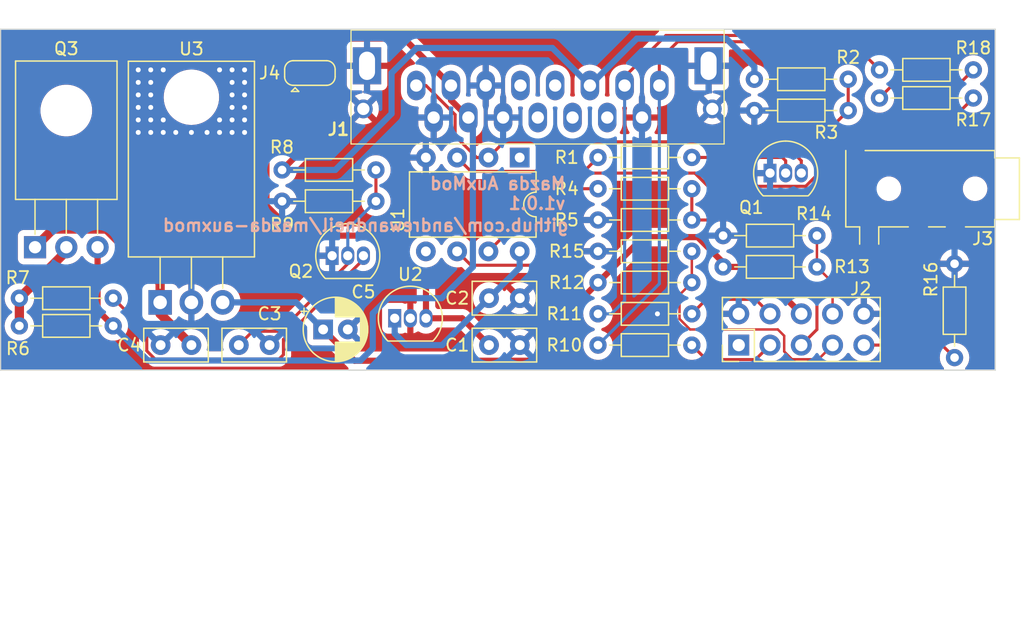
<source format=kicad_pcb>
(kicad_pcb (version 20221018) (generator pcbnew)
  (layers (0 "F.Cu" signal) (31 "B.Cu" signal) (34 "B.Paste" user) (35 "F.Paste" user) (36 "B.SilkS" user "B.Silkscreen") (37 "F.SilkS" user "F.Silkscreen") (38 "B.Mask" user) (39 "F.Mask" user) (44 "Edge.Cuts" user))
  (net 0 "")
  (net 1 "+12VA")
  (net 2 "GND")
  (net 3 "VCC")
  (net 4 "Net-(Q2-B)")
  (net 5 "Net-(Q3-C)")
  (net 6 "+5V")
  (net 7 "/Audio Left")
  (net 8 "/Audio Right")
  (net 9 "/SYS Mute")
  (net 10 "/Text D0")
  (net 11 "/Text CL")
  (net 13 "/Eject")
  (net 15 "/iPod Audio Left")
  (net 16 "/iPod Audio Right")
  (net 17 "/iPod Rx")
  (net 18 "/iPod USB Data -")
  (net 19 "/iPod USB Data +")
  (net 20 "/iPod Acc Input")
  (net 21 "Net-(Q1-B)")
  (net 22 "/Radio Bus")
  (net 23 "Net-(Q2-C)")
  (net 24 "Net-(Q3-B)")
  (net 25 "Net-(U1-XTAL2{slash}PB4)")
  (net 26 "+12V")
  (net 27 "Net-(U1-PB2)")
  (net 28 "Net-(U1-PB1)")
  (net 32 "/Batt or ACC")
  (net 33 "Net-(J3-PadR1)")
  (net 34 "Net-(J3-PadT)")
  (footprint "Package_TO_SOT_THT:TO-92_Inline" (layer "F.Cu") (at 198.12 57.15)
    (fp_text reference "Q1" (at -1.524 2.794) (layer "F.SilkS"))
    (fp_text value "2N3904")
    (pad "1" thru_hole rect (at 0 0) (size 1.05 1.5) (drill 0.75) (layers "*.Cu" "*.Mask") (net 2 "GND"))
    (pad "2" thru_hole oval (at 1.27 0) (size 1.05 1.5) (drill 0.75) (layers "*.Cu" "*.Mask") (net 21 "Net-(Q1-B)"))
    (pad "3" thru_hole oval (at 2.54 0) (size 1.05 1.5) (drill 0.75) (layers "*.Cu" "*.Mask") (net 22 "/Radio Bus"))
  )
  (footprint "Capacitor_THT:C_Disc_D5.0mm_W2.5mm_P2.50mm" (layer "F.Cu") (at 151.13 71.12 180)
    (fp_text reference "C4" (at 5.04 0) (layer "F.SilkS"))
    (fp_text value "0.33uF")
    (pad "1" thru_hole circle (at 0 0 180) (size 1.6 1.6) (drill 0.8) (layers "*.Cu" "*.Mask") (net 5 "Net-(Q3-C)"))
    (pad "2" thru_hole circle (at 2.5 0 180) (size 1.6 1.6) (drill 0.8) (layers "*.Cu" "*.Mask") (net 2 "GND"))
  )
  (footprint "Resistor_THT:R_Axial_DIN0204_L3.6mm_D1.6mm_P7.62mm_Horizontal" (layer "F.Cu") (at 184.15 68.58)
    (fp_text reference "R11" (at -2.730543 0) (layer "F.SilkS"))
    (fp_text value "22K")
    (pad "1" thru_hole circle (at 0 0) (size 1.4 1.4) (drill 0.7) (layers "*.Cu" "*.Mask") (net 8 "/Audio Right"))
    (pad "2" thru_hole oval (at 7.62 0) (size 1.4 1.4) (drill 0.7) (layers "*.Cu" "*.Mask") (net 16 "/iPod Audio Right"))
  )
  (footprint "Capacitor_THT:C_Disc_D5.0mm_W2.5mm_P2.50mm" (layer "F.Cu") (at 175.3 71.12)
    (fp_text reference "C1" (at -2.58 0) (layer "F.SilkS"))
    (fp_text value "0.33uF")
    (pad "1" thru_hole circle (at 0 0) (size 1.6 1.6) (drill 0.8) (layers "*.Cu" "*.Mask") (net 32 "/Batt or ACC"))
    (pad "2" thru_hole circle (at 2.5 0) (size 1.6 1.6) (drill 0.8) (layers "*.Cu" "*.Mask") (net 2 "GND"))
  )
  (footprint "Package_TO_SOT_THT:TO-92_Inline" (layer "F.Cu") (at 162.56 63.86)
    (fp_text reference "Q2" (at -2.54 1.27) (layer "F.SilkS"))
    (fp_text value "2N3904")
    (pad "1" thru_hole rect (at 0 0) (size 1.05 1.5) (drill 0.75) (layers "*.Cu" "*.Mask") (net 2 "GND"))
    (pad "2" thru_hole oval (at 1.27 0) (size 1.05 1.5) (drill 0.75) (layers "*.Cu" "*.Mask") (net 4 "Net-(Q2-B)"))
    (pad "3" thru_hole oval (at 2.54 0) (size 1.05 1.5) (drill 0.75) (layers "*.Cu" "*.Mask") (net 23 "Net-(Q2-C)"))
  )
  (footprint "Resistor_THT:R_Axial_DIN0204_L3.6mm_D1.6mm_P7.62mm_Horizontal" (layer "F.Cu") (at 214.63 48.768 180)
    (fp_text reference "R18" (at 0 1.778) (layer "F.SilkS"))
    (fp_text value "10K")
    (pad "1" thru_hole circle (at 0 0 180) (size 1.4 1.4) (drill 0.7) (layers "*.Cu" "*.Mask") (net 34 "Net-(J3-PadT)"))
    (pad "2" thru_hole oval (at 7.62 0 180) (size 1.4 1.4) (drill 0.7) (layers "*.Cu" "*.Mask") (net 7 "/Audio Left"))
  )
  (footprint "Connector_PinHeader_2.54mm:PinHeader_2x05_P2.54mm_Vertical" (layer "F.Cu") (at 195.58 71.12 90)
    (fp_text reference "J2" (at 4.572 9.906 180) (layer "F.SilkS"))
    (fp_text value "Conn_01x10")
    (pad "1" thru_hole rect (at 0 0 90) (size 1.7 1.7) (drill 1) (layers "*.Cu" "*.Mask"))
    (pad "2" thru_hole oval (at 2.54 0 90) (size 1.7 1.7) (drill 1) (layers "*.Cu" "*.Mask") (net 2 "GND"))
    (pad "3" thru_hole oval (at 0 2.54 90) (size 1.7 1.7) (drill 1) (layers "*.Cu" "*.Mask") (net 15 "/iPod Audio Left"))
    (pad "4" thru_hole oval (at 2.54 2.54 90) (size 1.7 1.7) (drill 1) (layers "*.Cu" "*.Mask") (net 16 "/iPod Audio Right"))
    (pad "5" thru_hole oval (at 0 5.08 90) (size 1.7 1.7) (drill 1) (layers "*.Cu" "*.Mask") (net 17 "/iPod Rx"))
    (pad "6" thru_hole oval (at 2.54 5.08 90) (size 1.7 1.7) (drill 1) (layers "*.Cu" "*.Mask") (net 6 "+5V"))
    (pad "7" thru_hole oval (at 0 7.62 90) (size 1.7 1.7) (drill 1) (layers "*.Cu" "*.Mask") (net 18 "/iPod USB Data -"))
    (pad "8" thru_hole oval (at 2.54 7.62 90) (size 1.7 1.7) (drill 1) (layers "*.Cu" "*.Mask") (net 19 "/iPod USB Data +"))
    (pad "9" thru_hole oval (at 0 10.16 90) (size 1.7 1.7) (drill 1) (layers "*.Cu" "*.Mask") (net 20 "/iPod Acc Input"))
    (pad "10" thru_hole oval (at 2.54 10.16 90) (size 1.7 1.7) (drill 1) (layers "*.Cu" "*.Mask") (net 2 "GND"))
  )
  (footprint "Capacitor_THT:C_Disc_D5.0mm_W2.5mm_P2.50mm" (layer "F.Cu") (at 154.98 71.12)
    (fp_text reference "C3" (at 2.5 -2.54) (layer "F.SilkS"))
    (fp_text value "0.1uF")
    (pad "1" thru_hole circle (at 0 0) (size 1.6 1.6) (drill 0.8) (layers "*.Cu" "*.Mask") (net 4 "Net-(Q2-B)"))
    (pad "2" thru_hole circle (at 2.5 0) (size 1.6 1.6) (drill 0.8) (layers "*.Cu" "*.Mask") (net 2 "GND"))
  )
  (footprint "Resistor_THT:R_Axial_DIN0204_L3.6mm_D1.6mm_P7.62mm_Horizontal" (layer "F.Cu") (at 144.78 69.56 180)
    (fp_text reference "R6" (at 7.733383 -1.851843) (layer "F.SilkS"))
    (fp_text value "10K")
    (pad "1" thru_hole circle (at 0 0 180) (size 1.4 1.4) (drill 0.7) (layers "*.Cu" "*.Mask") (net 1 "+12VA"))
    (pad "2" thru_hole oval (at 7.62 0 180) (size 1.4 1.4) (drill 0.7) (layers "*.Cu" "*.Mask") (net 24 "Net-(Q3-B)"))
  )
  (footprint "Resistor_THT:R_Axial_DIN0204_L3.6mm_D1.6mm_P7.62mm_Horizontal" (layer "F.Cu") (at 196.85 49.53)
    (fp_text reference "R2" (at 7.62 -1.778) (layer "F.SilkS"))
    (fp_text value "68K")
    (pad "1" thru_hole circle (at 0 0) (size 1.4 1.4) (drill 0.7) (layers "*.Cu" "*.Mask") (net 26 "+12V"))
    (pad "2" thru_hole oval (at 7.62 0) (size 1.4 1.4) (drill 0.7) (layers "*.Cu" "*.Mask") (net 27 "Net-(U1-PB2)"))
  )
  (footprint "Resistor_THT:R_Axial_DIN0204_L3.6mm_D1.6mm_P7.62mm_Horizontal" (layer "F.Cu") (at 184.15 71.12)
    (fp_text reference "R10" (at -2.735624 -0.000001) (layer "F.SilkS"))
    (fp_text value "22K")
    (pad "1" thru_hole circle (at 0 0) (size 1.4 1.4) (drill 0.7) (layers "*.Cu" "*.Mask") (net 7 "/Audio Left"))
    (pad "2" thru_hole oval (at 7.62 0) (size 1.4 1.4) (drill 0.7) (layers "*.Cu" "*.Mask") (net 15 "/iPod Audio Left"))
  )
  (footprint "Resistor_THT:R_Axial_DIN0204_L3.6mm_D1.6mm_P7.62mm_Horizontal" (layer "F.Cu") (at 158.496 56.896)
    (fp_text reference "R8" (at -0.016851 -1.851621) (layer "F.SilkS"))
    (fp_text value "10K")
    (pad "1" thru_hole circle (at 0 0) (size 1.4 1.4) (drill 0.7) (layers "*.Cu" "*.Mask") (net 26 "+12V"))
    (pad "2" thru_hole oval (at 7.62 0) (size 1.4 1.4) (drill 0.7) (layers "*.Cu" "*.Mask") (net 4 "Net-(Q2-B)"))
  )
  (footprint "Resistor_THT:R_Axial_DIN0204_L3.6mm_D1.6mm_P7.62mm_Horizontal" (layer "F.Cu") (at 184.15 58.42)
    (fp_text reference "R4" (at -2.54 0) (layer "F.SilkS"))
    (fp_text value "2K")
    (pad "1" thru_hole circle (at 0 0) (size 1.4 1.4) (drill 0.7) (layers "*.Cu" "*.Mask") (net 28 "Net-(U1-PB1)"))
    (pad "2" thru_hole oval (at 7.62 0) (size 1.4 1.4) (drill 0.7) (layers "*.Cu" "*.Mask") (net 17 "/iPod Rx"))
  )
  (footprint "Resistor_THT:R_Axial_DIN0204_L3.6mm_D1.6mm_P7.62mm_Horizontal" (layer "F.Cu") (at 214.63 51.054 180)
    (fp_text reference "R17" (at 0 -1.778) (layer "F.SilkS"))
    (fp_text value "10K")
    (pad "1" thru_hole circle (at 0 0 180) (size 1.4 1.4) (drill 0.7) (layers "*.Cu" "*.Mask") (net 33 "Net-(J3-PadR1)"))
    (pad "2" thru_hole oval (at 7.62 0 180) (size 1.4 1.4) (drill 0.7) (layers "*.Cu" "*.Mask") (net 8 "/Audio Right"))
  )
  (footprint "Package_TO_SOT_THT:TO-220-3_Horizontal_TabDown" (layer "F.Cu") (at 148.59 67.65)
    (fp_text reference "U3" (at 2.54 -20.58) (layer "F.SilkS"))
    (fp_text value "L7805")
    (pad "" np_thru_hole oval (at 2.54 -16.66) (size 3.5 3.5) (drill 3.5) (layers "*.Cu" "*.Mask"))
    (pad "1" thru_hole rect (at 0 0) (size 1.905 2) (drill 1.1) (layers "*.Cu" "*.Mask") (net 5 "Net-(Q3-C)"))
    (pad "2" thru_hole oval (at 2.54 0) (size 1.905 2) (drill 1.1) (layers "*.Cu" "*.Mask") (net 2 "GND"))
    (pad "3" thru_hole oval (at 5.08 0) (size 1.905 2) (drill 1.1) (layers "*.Cu" "*.Mask") (net 6 "+5V"))
  )
  (footprint "Resistor_THT:R_Axial_DIN0204_L3.6mm_D1.6mm_P7.62mm_Horizontal" (layer "F.Cu") (at 194.31 64.77)
    (fp_text reference "R13" (at 10.463044 -0.015327) (layer "F.SilkS"))
    (fp_text value "33K")
    (pad "1" thru_hole circle (at 0 0) (size 1.4 1.4) (drill 0.7) (layers "*.Cu" "*.Mask") (net 6 "+5V"))
    (pad "2" thru_hole oval (at 7.62 0) (size 1.4 1.4) (drill 0.7) (layers "*.Cu" "*.Mask") (net 19 "/iPod USB Data +"))
  )
  (footprint "Resistor_THT:R_Axial_DIN0204_L3.6mm_D1.6mm_P7.62mm_Horizontal" (layer "F.Cu") (at 166.116 59.436 180)
    (fp_text reference "R9" (at 7.620001 -1.893452) (layer "F.SilkS"))
    (fp_text value "100K")
    (pad "1" thru_hole circle (at 0 0 180) (size 1.4 1.4) (drill 0.7) (layers "*.Cu" "*.Mask") (net 4 "Net-(Q2-B)"))
    (pad "2" thru_hole oval (at 7.62 0 180) (size 1.4 1.4) (drill 0.7) (layers "*.Cu" "*.Mask") (net 2 "GND"))
  )
  (footprint "Resistor_THT:R_Axial_DIN0204_L3.6mm_D1.6mm_P7.62mm_Horizontal" (layer "F.Cu") (at 137.16 67.31)
    (fp_text reference "R7" (at -0.139086 -1.65554) (layer "F.SilkS"))
    (fp_text value "1K")
    (pad "1" thru_hole circle (at 0 0) (size 1.4 1.4) (drill 0.7) (layers "*.Cu" "*.Mask") (net 24 "Net-(Q3-B)"))
    (pad "2" thru_hole oval (at 7.62 0) (size 1.4 1.4) (drill 0.7) (layers "*.Cu" "*.Mask") (net 23 "Net-(Q2-C)"))
  )
  (footprint "Connector:Mazda_Radio_Connector" (layer "F.Cu") (at 169.392 50.038)
    (fp_text reference "J1" (at -6.324 3.556 unlocked) (layer "F.SilkS") (effects (font (thickness 0.2) bold)))
    (fp_text value "Conn_01x15_Shielded")
    (pad "1" thru_hole oval (at 19.74 0) (size 1.5 2.4) (drill 1) (layers "*.Cu" "*.Mask") (net 7 "/Audio Left"))
    (pad "2" thru_hole oval (at 18.33 2.6) (size 1.5 2.4) (drill 1) (layers "*.Cu" "*.Mask") (net 2 "GND"))
    (pad "3" thru_hole oval (at 16.92 0) (size 1.5 2.4) (drill 1) (layers "*.Cu" "*.Mask") (net 8 "/Audio Right"))
    (pad "4" thru_hole oval (at 15.51 2.6) (size 1.5 2.4) (drill 1) (layers "*.Cu" "*.Mask") (net 9 "/SYS Mute"))
    (pad "5" thru_hole oval (at 14.1 0) (size 1.5 2.4) (drill 1) (layers "*.Cu" "*.Mask") (net 26 "+12V"))
    (pad "6" thru_hole oval (at 12.69 2.6) (size 1.5 2.4) (drill 1) (layers "*.Cu" "*.Mask") (net 10 "/Text D0"))
    (pad "7" thru_hole oval (at 11.28 0) (size 1.5 2.4) (drill 1) (layers "*.Cu" "*.Mask") (net 11 "/Text CL"))
    (pad "8" thru_hole oval (at 9.87 2.6) (size 1.5 2.4) (drill 1) (layers "*.Cu" "*.Mask"))
    (pad "9" thru_hole oval (at 8.46 0) (size 1.5 2.4) (drill 1) (layers "*.Cu" "*.Mask") (net 13 "/Eject"))
    (pad "10" thru_hole circle (at -4.3 1.9) (size 1.524 1.524) (drill 1) (layers "*.Cu" "*.Mask") (net 2 "GND"))
    (pad "10" thru_hole rect (at -4 -1.6) (size 2.3 3) (drill oval 1.3 2.3) (layers "*.Cu" "*.Mask") (net 2 "GND"))
    (pad "10" thru_hole oval (at 7.05 2.6) (size 1.5 2.4) (drill 1) (layers "*.Cu" "*.Mask") (net 2 "GND"))
    (pad "10" thru_hole rect (at 23.74 -1.6) (size 2.3 3) (drill oval 1.3 2.3) (layers "*.Cu" "*.Mask") (net 2 "GND"))
    (pad "10" thru_hole circle (at 24.04 1.9) (size 1.524 1.524) (drill 1) (layers "*.Cu" "*.Mask") (net 2 "GND"))
    (pad "11" thru_hole oval (at 5.64 0) (size 1.5 2.4) (drill 1) (layers "*.Cu" "*.Mask") (net 2 "GND"))
    (pad "12" thru_hole oval (at 4.23 2.6) (size 1.5 2.4) (drill 1) (layers "*.Cu" "*.Mask") (net 1 "+12VA"))
    (pad "13" thru_hole oval (at 2.82 0) (size 1.5 2.4) (drill 1) (layers "*.Cu" "*.Mask") (net 1 "+12VA"))
    (pad "14" thru_hole oval (at 1.41 2.6) (size 1.5 2.4) (drill 1) (layers "*.Cu" "*.Mask") (net 2 "GND"))
    (pad "15" thru_hole oval (at 0 0) (size 1.5 2.4) (drill 1) (layers "*.Cu" "*.Mask") (net 22 "/Radio Bus"))
  )
  (footprint "Resistor_THT:R_Axial_DIN0204_L3.6mm_D1.6mm_P7.62mm_Horizontal" (layer "F.Cu") (at 191.77 63.5 180)
    (fp_text reference "R15" (at 10.16 0) (layer "F.SilkS"))
    (fp_text value "33K")
    (pad "1" thru_hole circle (at 0 0 180) (size 1.4 1.4) (drill 0.7) (layers "*.Cu" "*.Mask") (net 18 "/iPod USB Data -"))
    (pad "2" thru_hole oval (at 7.62 0 180) (size 1.4 1.4) (drill 0.7) (layers "*.Cu" "*.Mask") (net 2 "GND"))
  )
  (footprint "Package_DIP:DIP-8_W7.62mm" (layer "F.Cu") (at 177.79 55.89 -90)
    (fp_text reference "U1" (at 5.07 9.896 90) (layer "F.SilkS"))
    (fp_text value "ATtiny45-20P")
    (pad "1" thru_hole rect (at 0 0 270) (size 1.6 1.6) (drill 0.8) (layers "*.Cu" "*.Mask"))
    (pad "2" thru_hole oval (at 0 2.54 270) (size 1.6 1.6) (drill 0.8) (layers "*.Cu" "*.Mask") (net 22 "/Radio Bus"))
    (pad "3" thru_hole oval (at 0 5.08 270) (size 1.6 1.6) (drill 0.8) (layers "*.Cu" "*.Mask") (net 25 "Net-(U1-XTAL2{slash}PB4)"))
    (pad "4" thru_hole oval (at 0 7.62 270) (size 1.6 1.6) (drill 0.8) (layers "*.Cu" "*.Mask") (net 2 "GND"))
    (pad "5" thru_hole oval (at 7.62 7.62 270) (size 1.6 1.6) (drill 0.8) (layers "*.Cu" "*.Mask"))
    (pad "6" thru_hole oval (at 7.62 5.08 270) (size 1.6 1.6) (drill 0.8) (layers "*.Cu" "*.Mask") (net 28 "Net-(U1-PB1)"))
    (pad "7" thru_hole oval (at 7.62 2.54 270) (size 1.6 1.6) (drill 0.8) (layers "*.Cu" "*.Mask") (net 27 "Net-(U1-PB2)"))
    (pad "8" thru_hole oval (at 7.62 0 270) (size 1.6 1.6) (drill 0.8) (layers "*.Cu" "*.Mask") (net 3 "VCC"))
  )
  (footprint "Capacitor_THT:CP_Radial_D5.0mm_P2.00mm" (layer "F.Cu") (at 161.83 69.85)
    (fp_text reference "C5" (at 3.27 -3.048) (layer "F.SilkS"))
    (fp_text value "10uF")
    (pad "1" thru_hole rect (at 0 0) (size 1.6 1.6) (drill 0.8) (layers "*.Cu" "*.Mask") (net 6 "+5V"))
    (pad "2" thru_hole circle (at 2 0) (size 1.6 1.6) (drill 0.8) (layers "*.Cu" "*.Mask") (net 2 "GND"))
  )
  (footprint "Resistor_THT:R_Axial_DIN0204_L3.6mm_D1.6mm_P7.62mm_Horizontal" (layer "F.Cu") (at 191.77 60.96 180)
    (fp_text reference "R5" (at 10.16 0) (layer "F.SilkS"))
    (fp_text value "3.9K")
    (pad "1" thru_hole circle (at 0 0 180) (size 1.4 1.4) (drill 0.7) (layers "*.Cu" "*.Mask") (net 17 "/iPod Rx"))
    (pad "2" thru_hole oval (at 7.62 0 180) (size 1.4 1.4) (drill 0.7) (layers "*.Cu" "*.Mask") (net 2 "GND"))
  )
  (footprint "Package_TO_SOT_THT:TO-92_Inline" (layer "F.Cu") (at 167.64 68.94)
    (fp_text reference "U2" (at 1.27 -3.56) (layer "F.SilkS"))
    (fp_text value "L78L05_TO92")
    (pad "1" thru_hole rect (at 0 0) (size 1.05 1.5) (drill 0.75) (layers "*.Cu" "*.Mask") (net 3 "VCC"))
    (pad "2" thru_hole oval (at 1.27 0) (size 1.05 1.5) (drill 0.75) (layers "*.Cu" "*.Mask") (net 2 "GND"))
    (pad "3" thru_hole oval (at 2.54 0) (size 1.05 1.5) (drill 0.75) (layers "*.Cu" "*.Mask") (net 32 "/Batt or ACC"))
  )
  (footprint "Capacitor_THT:C_Disc_D5.0mm_W2.5mm_P2.50mm" (layer "F.Cu") (at 175.3 67.31)
    (fp_text reference "C2" (at -2.58 0) (layer "F.SilkS"))
    (fp_text value "0.01uF")
    (pad "1" thru_hole circle (at 0 0) (size 1.6 1.6) (drill 0.8) (layers "*.Cu" "*.Mask") (net 3 "VCC"))
    (pad "2" thru_hole circle (at 2.5 0) (size 1.6 1.6) (drill 0.8) (layers "*.Cu" "*.Mask") (net 2 "GND"))
  )
  (footprint "Package_TO_SOT_THT:TO-126-3_Horizontal_TabDown" (layer "F.Cu") (at 138.43 63.17)
    (fp_text reference "Q3" (at 2.54 -16.12) (layer "F.SilkS"))
    (fp_text value "2SA715")
    (pad "" np_thru_hole oval (at 2.54 -11.1) (size 3.2 3.2) (drill 3.2) (layers "*.Cu" "*.Mask"))
    (pad "1" thru_hole rect (at 0 0) (size 1.8 1.8) (drill 1) (layers "*.Cu" "*.Mask") (net 5 "Net-(Q3-C)"))
    (pad "2" thru_hole oval (at 2.54 0) (size 1.8 1.8) (drill 1) (layers "*.Cu" "*.Mask") (net 24 "Net-(Q3-B)"))
    (pad "3" thru_hole oval (at 5.08 0) (size 1.8 1.8) (drill 1) (layers "*.Cu" "*.Mask") (net 1 "+12VA"))
  )
  (footprint "Resistor_THT:R_Axial_DIN0204_L3.6mm_D1.6mm_P7.62mm_Horizontal" (layer "F.Cu") (at 184.15 55.88)
    (fp_text reference "R1" (at -2.54 0) (layer "F.SilkS"))
    (fp_text value "1K")
    (pad "1" thru_hole circle (at 0 0) (size 1.4 1.4) (drill 0.7) (layers "*.Cu" "*.Mask") (net 25 "Net-(U1-XTAL2{slash}PB4)"))
    (pad "2" thru_hole oval (at 7.62 0) (size 1.4 1.4) (drill 0.7) (layers "*.Cu" "*.Mask") (net 21 "Net-(Q1-B)"))
  )
  (footprint "Resistor_THT:R_Axial_DIN0204_L3.6mm_D1.6mm_P7.62mm_Horizontal" (layer "F.Cu") (at 184.15 66.04)
    (fp_text reference "R12" (at -2.54 0) (layer "F.SilkS"))
    (fp_text value "27K")
    (pad "1" thru_hole circle (at 0 0) (size 1.4 1.4) (drill 0.7) (layers "*.Cu" "*.Mask") (net 6 "+5V"))
    (pad "2" thru_hole oval (at 7.62 0) (size 1.4 1.4) (drill 0.7) (layers "*.Cu" "*.Mask") (net 18 "/iPod USB Data -"))
  )
  (footprint "Resistor_THT:R_Axial_DIN0204_L3.6mm_D1.6mm_P7.62mm_Horizontal" (layer "F.Cu") (at 204.47 52.07 180)
    (fp_text reference "R3" (at 1.778 -1.778) (layer "F.SilkS"))
    (fp_text value "33K")
    (pad "1" thru_hole circle (at 0 0 180) (size 1.4 1.4) (drill 0.7) (layers "*.Cu" "*.Mask") (net 27 "Net-(U1-PB2)"))
    (pad "2" thru_hole oval (at 7.62 0 180) (size 1.4 1.4) (drill 0.7) (layers "*.Cu" "*.Mask") (net 2 "GND"))
  )
  (footprint "Resistor_THT:R_Axial_DIN0204_L3.6mm_D1.6mm_P7.62mm_Horizontal" (layer "F.Cu") (at 213.106 72.136 90)
    (fp_text reference "R16" (at 6.35 -1.92 90) (layer "F.SilkS"))
    (fp_text value "68K")
    (pad "1" thru_hole circle (at 0 0 90) (size 1.4 1.4) (drill 0.7) (layers "*.Cu" "*.Mask") (net 20 "/iPod Acc Input"))
    (pad "2" thru_hole oval (at 7.62 0 90) (size 1.4 1.4) (drill 0.7) (layers "*.Cu" "*.Mask") (net 2 "GND"))
  )
  (footprint "Jumper:SolderJumper-3_P1.3mm_Bridged2Bar12_RoundedPad1.0x1.5mm" (layer "F.Cu") (at 160.752 49.022)
    (fp_text reference "J4" (at -3.272 0) (layer "F.SilkS"))
    (fp_text value "Conn_01x03")
    (fp_poly (pts (xy -0.9 -0.6) (xy -0.4 -0.6) (xy -0.4 -0.2) (xy -0.9 -0.2)) (fill solid) (layer "F.Cu"))
    (fp_poly (pts (xy -0.9 0.2) (xy -0.4 0.2) (xy -0.4 0.6) (xy -0.9 0.6)) (fill solid) (layer "F.Cu"))
    (pad "1" smd custom (at -1.3 0) (size 1 0.5) (layers "F.Cu" "F.Mask") (net 1 "+12VA") (options (clearance outline) (anchor rect)) (primitives (gr_circle (center 0 0.25) (end 0.5 0.25) (width 0) (fill yes)) (gr_circle (center 0 -0.25) (end 0.5 -0.25) (width 0) (fill yes)) (gr_poly (pts (xy 0.55 0.75) (xy 0 0.75) (xy 0 -0.75) (xy 0.55 -0.75)) (width 0) (fill yes))))
    (pad "2" smd rect (at 0 0) (size 1 1.5) (layers "F.Cu" "F.Mask") (net 32 "/Batt or ACC"))
    (pad "3" smd custom (at 1.3 0) (size 1 0.5) (layers "F.Cu" "F.Mask") (net 26 "+12V") (options (clearance outline) (anchor rect)) (primitives (gr_circle (center 0 0.25) (end 0.5 0.25) (width 0) (fill yes)) (gr_circle (center 0 -0.25) (end 0.5 -0.25) (width 0) (fill yes)) (gr_poly (pts (xy 0 0.75) (xy -0.55 0.75) (xy -0.55 -0.75) (xy 0 -0.75)) (width 0) (fill yes))))
  )
  (footprint "Connector_Audio:Jack_3.5mm_PJ320D_Horizontal" (layer "F.Cu") (at 209.998 58.42 180)
    (fp_text reference "J3" (at -5.394 -4.064) (layer "F.SilkS"))
    (fp_text value "AudioJack4_Ground")
    (pad "" np_thru_hole circle (at -4.775 0 180) (size 1.5 1.5) (drill 1.5) (layers "*.Cu" "*.Mask"))
    (pad "" np_thru_hole circle (at 2.225 0 180) (size 1.5 1.5) (drill 1.5) (layers "*.Cu" "*.Mask"))
    (pad "R1" smd rect (at -0.175 -3.25 180) (size 1.2 2.5) (layers "F.Cu" "F.Paste" "F.Mask") (net 33 "Net-(J3-PadR1)"))
    (pad "R2" smd rect (at -3.175 -3.25 180) (size 1.2 2.5) (layers "F.Cu" "F.Paste" "F.Mask"))
    (pad "S" smd rect (at 4.925 3.25 180) (size 1.2 2.5) (layers "F.Cu" "F.Paste" "F.Mask") (net 2 "GND"))
    (pad "T" smd rect (at 3.825 -3.25 180) (size 1.2 2.5) (layers "F.Cu" "F.Paste" "F.Mask") (net 34 "Net-(J3-PadT)"))
  )
  (footprint "Resistor_THT:R_Axial_DIN0204_L3.6mm_D1.6mm_P7.62mm_Horizontal" (layer "F.Cu") (at 201.93 62.23 180)
    (fp_text reference "R14" (at 0.254 1.778) (layer "F.SilkS"))
    (fp_text value "22K")
    (pad "1" thru_hole circle (at 0 0 180) (size 1.4 1.4) (drill 0.7) (layers "*.Cu" "*.Mask") (net 19 "/iPod USB Data +"))
    (pad "2" thru_hole oval (at 7.62 0 180) (size 1.4 1.4) (drill 0.7) (layers "*.Cu" "*.Mask") (net 2 "GND"))
  )
  (gr_line (start 135.636 73.152) (end 135.636 45.466) (stroke (width 0.1)) (layer "Edge.Cuts"))
  (gr_line (start 216.408 53.848) (end 216.408 73.152) (stroke (width 0.1)) (layer "Edge.Cuts"))
  (gr_line (start 180.594 45.466) (end 135.636 45.466) (stroke (width 0.1)) (layer "Edge.Cuts"))
  (gr_line (start 216.408 73.152) (end 135.636 73.152) (stroke (width 0.1)) (layer "Edge.Cuts"))
  (gr_line (start 180.594 45.466) (end 216.408 45.466) (stroke (width 0.1)) (layer "Edge.Cuts"))
  (gr_line (start 216.408 53.848) (end 216.408 45.466) (stroke (width 0.1)) (layer "Edge.Cuts"))
  (gr_text "Mazda AuxMod\nv1.0.1" (at 181.61 60.198) (layer "B.SilkS") (effects (font (size 1 1) (thickness 0.2) bold) (justify left bottom mirror)))
  (gr_text "github.com/andrewandneil/mazda-auxmod\n" (at 181.864 61.976) (layer "B.SilkS") (effects (font (size 1 1) (thickness 0.2) bold) (justify left bottom mirror)))
  (segment (start 161.396 46.228) (end 168.402 46.228) (width 0.5) (layer "F.Cu") (net 1))
  (segment (start 168.402 46.228) (end 172.212 50.038) (width 0.5) (layer "F.Cu") (net 1))
  (segment (start 172.212 51.228) (end 173.622 52.638) (width 0.5) (layer "F.Cu") (net 1))
  (segment (start 172.212 50.038) (end 172.212 51.228) (width 0.5) (layer "F.Cu") (net 1))
  (segment (start 159.452 49.022) (end 159.452 48.172) (width 0.5) (layer "F.Cu") (net 1))
  (segment (start 143.51 63.17) (end 143.51 68.29) (width 0.5) (layer "F.Cu") (net 1))
  (segment (start 143.51 68.29) (end 144.78 69.56) (width 0.5) (layer "F.Cu") (net 1))
  (segment (start 159.452 48.172) (end 161.396 46.228) (width 0.5) (layer "F.Cu") (net 1))
  (segment (start 167.095 67.31) (end 171.45 67.31) (width 0.5) (layer "B.Cu") (net 1))
  (segment (start 173.99 64.77) (end 173.99 53.006) (width 0.5) (layer "B.Cu") (net 1))
  (segment (start 147.59 72.37) (end 164.866 72.37) (width 0.5) (layer "B.Cu") (net 1))
  (segment (start 165.862 71.374) (end 165.862 68.543) (width 0.5) (layer "B.Cu") (net 1))
  (segment (start 171.45 67.31) (end 173.99 64.77) (width 0.5) (layer "B.Cu") (net 1))
  (segment (start 144.78 69.56) (end 147.59 72.37) (width 0.5) (layer "B.Cu") (net 1))
  (segment (start 164.866 72.37) (end 165.862 71.374) (width 0.5) (layer "B.Cu") (net 1))
  (segment (start 165.862 68.543) (end 167.095 67.31) (width 0.5) (layer "B.Cu") (net 1))
  (segment (start 173.99 53.006) (end 173.622 52.638) (width 0.5) (layer "B.Cu") (net 1))
  (via (at 155.448 51.816) (size 0.8) (drill 0.4) (layers "F.Cu" "B.Cu") (net 2))
  (via (at 155.448 48.768) (size 0.8) (drill 0.4) (layers "F.Cu" "B.Cu") (net 2))
  (via (at 152.4 53.848) (size 0.8) (drill 0.4) (layers "F.Cu" "B.Cu") (net 2))
  (via (at 188.976 68.58) (size 0.8) (drill 0.4) (layers "F.Cu" "B.Cu") (net 2))
  (via (at 147.828 53.848) (size 0.8) (drill 0.4) (layers "F.Cu" "B.Cu") (net 2))
  (via (at 146.812 49.784) (size 0.8) (drill 0.4) (layers "F.Cu" "B.Cu") (net 2))
  (via (at 147.828 49.784) (size 0.8) (drill 0.4) (layers "F.Cu" "B.Cu") (net 2))
  (via (at 155.448 49.784) (size 0.8) (drill 0.4) (layers "F.Cu" "B.Cu") (net 2))
  (via (at 146.812 53.848) (size 0.8) (drill 0.4) (layers "F.Cu" "B.Cu") (net 2))
  (via (at 147.828 52.832) (size 0.8) (drill 0.4) (layers "F.Cu" "B.Cu") (net 2))
  (via (at 148.844 52.832) (size 0.8) (drill 0.4) (layers "F.Cu" "B.Cu") (net 2))
  (via (at 155.448 50.8) (size 0.8) (drill 0.4) (layers "F.Cu" "B.Cu") (net 2))
  (via (at 146.812 51.816) (size 0.8) (drill 0.4) (layers "F.Cu" "B.Cu") (net 2))
  (via (at 154.432 50.8) (size 0.8) (drill 0.4) (layers "F.Cu" "B.Cu") (net 2))
  (via (at 146.812 52.832) (size 0.8) (drill 0.4) (layers "F.Cu" "B.Cu") (net 2))
  (via (at 153.416 52.832) (size 0.8) (drill 0.4) (layers "F.Cu" "B.Cu") (net 2))
  (via (at 153.416 48.768) (size 0.8) (drill 0.4) (layers "F.Cu" "B.Cu") (net 2))
  (via (at 146.812 50.8) (size 0.8) (drill 0.4) (layers "F.Cu" "B.Cu") (net 2))
  (via (at 154.432 49.784) (size 0.8) (drill 0.4) (layers "F.Cu" "B.Cu") (net 2))
  (via (at 155.448 53.848) (size 0.8) (drill 0.4) (layers "F.Cu" "B.Cu") (net 2))
  (via (at 148.844 48.768) (size 0.8) (drill 0.4) (layers "F.Cu" "B.Cu") (net 2))
  (via (at 154.432 53.848) (size 0.8) (drill 0.4) (layers "F.Cu" "B.Cu") (net 2))
  (via (at 147.828 50.8) (size 0.8) (drill 0.4) (layers "F.Cu" "B.Cu") (net 2))
  (via (at 154.432 51.816) (size 0.8) (drill 0.4) (layers "F.Cu" "B.Cu") (net 2))
  (via (at 146.812 48.768) (size 0.8) (drill 0.4) (layers "F.Cu" "B.Cu") (net 2))
  (via (at 155.448 52.832) (size 0.8) (drill 0.4) (layers "F.Cu" "B.Cu") (net 2))
  (via (at 147.828 48.768) (size 0.8) (drill 0.4) (layers "F.Cu" "B.Cu") (net 2))
  (via (at 154.432 48.768) (size 0.8) (drill 0.4) (layers "F.Cu" "B.Cu") (net 2))
  (via (at 148.844 53.848) (size 0.8) (drill 0.4) (layers "F.Cu" "B.Cu") (net 2))
  (via (at 147.828 51.816) (size 0.8) (drill 0.4) (layers "F.Cu" "B.Cu") (net 2))
  (via (at 149.86 53.848) (size 0.8) (drill 0.4) (layers "F.Cu" "B.Cu") (net 2))
  (via (at 153.416 53.848) (size 0.8) (drill 0.4) (layers "F.Cu" "B.Cu") (net 2))
  (via (at 154.432 52.832) (size 0.8) (drill 0.4) (layers "F.Cu" "B.Cu") (net 2))
  (via (at 151.13 53.848) (size 0.8) (drill 0.4) (layers "F.Cu" "B.Cu") (net 2))
  (segment (start 167.64 70.19) (end 168.57 71.12) (width 0.5) (layer "B.Cu") (net 3))
  (segment (start 167.64 68.94) (end 167.64 70.19) (width 0.5) (layer "B.Cu") (net 3))
  (segment (start 171.49 71.12) (end 175.3 67.31) (width 0.5) (layer "B.Cu") (net 3))
  (segment (start 177.79 64.82) (end 175.3 67.31) (width 0.5) (layer "B.Cu") (net 3))
  (segment (start 168.57 71.12) (end 171.49 71.12) (width 0.5) (layer "B.Cu") (net 3))
  (segment (start 177.79 63.51) (end 177.79 64.82) (width 0.5) (layer "B.Cu") (net 3))
  (segment (start 163.83 64.515) (end 158.35 69.995) (width 0.25) (layer "F.Cu") (net 4))
  (segment (start 158.35 69.995) (end 156.105 69.995) (width 0.25) (layer "F.Cu") (net 4))
  (segment (start 156.105 69.995) (end 154.98 71.12) (width 0.25) (layer "F.Cu") (net 4))
  (segment (start 163.83 63.86) (end 163.83 64.515) (width 0.25) (layer "F.Cu") (net 4))
  (segment (start 166.116 56.896) (end 166.116 59.436) (width 0.25) (layer "F.Cu") (net 4))
  (segment (start 163.83 61.722) (end 163.83 63.86) (width 0.25) (layer "B.Cu") (net 4))
  (segment (start 166.116 59.436) (end 163.83 61.722) (width 0.25) (layer "B.Cu") (net 4))
  (segment (start 148.59 67.65) (end 148.59 68.58) (width 0.75) (layer "F.Cu") (net 5))
  (segment (start 148.59 66.04) (end 148.59 67.65) (width 0.75) (layer "F.Cu") (net 5))
  (segment (start 148.59 68.58) (end 151.13 71.12) (width 0.75) (layer "F.Cu") (net 5))
  (segment (start 138.43 63.17) (end 139.905 61.695) (width 0.75) (layer "F.Cu") (net 5))
  (segment (start 139.905 61.695) (end 144.245 61.695) (width 0.75) (layer "F.Cu") (net 5))
  (segment (start 144.245 61.695) (end 148.59 66.04) (width 0.75) (layer "F.Cu") (net 5))
  (segment (start 161.83 69.85) (end 164.37 72.39) (width 0.5) (layer "F.Cu") (net 6))
  (segment (start 164.37 72.39) (end 180.848 72.39) (width 0.5) (layer "F.Cu") (net 6))
  (segment (start 194.31 64.77) (end 196.85 64.77) (width 0.5) (layer "F.Cu") (net 6))
  (segment (start 196.85 64.77) (end 200.66 68.58) (width 0.5) (layer "F.Cu") (net 6))
  (segment (start 184.15 66.04) (end 187.84 62.35) (width 0.5) (layer "F.Cu") (net 6))
  (segment (start 181.864 68.326) (end 184.15 66.04) (width 0.5) (layer "F.Cu") (net 6))
  (segment (start 194.31 64.413654) (end 194.31 64.77) (width 0.5) (layer "F.Cu") (net 6))
  (segment (start 180.848 72.39) (end 181.864 71.374) (width 0.5) (layer "F.Cu") (net 6))
  (segment (start 192.246346 62.35) (end 194.31 64.413654) (width 0.5) (layer "F.Cu") (net 6))
  (segment (start 181.864 71.374) (end 181.864 68.326) (width 0.5) (layer "F.Cu") (net 6))
  (segment (start 187.84 62.35) (end 192.246346 62.35) (width 0.5) (layer "F.Cu") (net 6))
  (segment (start 159.63 67.65) (end 161.83 69.85) (width 0.5) (layer "B.Cu") (net 6))
  (segment (start 153.67 67.65) (end 159.63 67.65) (width 0.5) (layer "B.Cu") (net 6))
  (segment (start 207.01 48.768) (end 204.724 46.482) (width 0.25) (layer "F.Cu") (net 7))
  (segment (start 189.132 50.038) (end 189.132 47.97037) (width 0.25) (layer "F.Cu") (net 7))
  (segment (start 189.132 47.97037) (end 190.62037 46.482) (width 0.25) (layer "F.Cu") (net 7))
  (segment (start 204.724 46.482) (end 190.62037 46.482) (width 0.25) (layer "F.Cu") (net 7))
  (segment (start 184.15 71.12) (end 189.132 66.138) (width 0.25) (layer "B.Cu") (net 7))
  (segment (start 189.132 66.138) (end 189.132 50.038) (width 0.25) (layer "B.Cu") (net 7))
  (segment (start 208.534 48.006) (end 208.534 49.53) (width 0.25) (layer "F.Cu") (net 8))
  (segment (start 189.666 45.974) (end 206.502 45.974) (width 0.25) (layer "F.Cu") (net 8))
  (segment (start 186.312 50.038) (end 186.312 49.328) (width 0.25) (layer "F.Cu") (net 8))
  (segment (start 186.312 49.328) (end 189.666 45.974) (width 0.25) (layer "F.Cu") (net 8))
  (segment (start 208.534 49.53) (end 207.01 51.054) (width 0.25) (layer "F.Cu") (net 8))
  (segment (start 206.502 45.974) (end 208.534 48.006) (width 0.25) (layer "F.Cu") (net 8))
  (segment (start 185.240431 68.58) (end 186.312 67.508431) (width 0.25) (layer "B.Cu") (net 8))
  (segment (start 184.15 68.58) (end 185.240431 68.58) (width 0.25) (layer "B.Cu") (net 8))
  (segment (start 186.312 67.508431) (end 186.312 50.038) (width 0.25) (layer "B.Cu") (net 8))
  (segment (start 196.945 72.295) (end 192.945 72.295) (width 0.25) (layer "F.Cu") (net 15))
  (segment (start 192.945 72.295) (end 191.77 71.12) (width 0.25) (layer "F.Cu") (net 15))
  (segment (start 198.12 71.12) (end 196.945 72.295) (width 0.25) (layer "F.Cu") (net 15))
  (segment (start 192.945 67.405) (end 196.945 67.405) (width 0.25) (layer "F.Cu") (net 16))
  (segment (start 196.945 67.405) (end 198.12 68.58) (width 0.25) (layer "F.Cu") (net 16))
  (segment (start 191.77 68.58) (end 192.945 67.405) (width 0.25) (layer "F.Cu") (net 16))
  (segment (start 201.93 67.31) (end 201.93 69.85) (width 0.25) (layer "F.Cu") (net 17))
  (segment (start 191.77 58.42) (end 191.77 60.96) (width 0.25) (layer "F.Cu") (net 17))
  (segment (start 195.58 60.96) (end 201.93 67.31) (width 0.25) (layer "F.Cu") (net 17))
  (segment (start 191.77 60.96) (end 195.58 60.96) (width 0.25) (layer "F.Cu") (net 17))
  (segment (start 201.93 69.85) (end 200.66 71.12) (width 0.25) (layer "F.Cu") (net 17))
  (segment (start 202.05 72.27) (end 199.905 72.27) (width 0.2) (layer "F.Cu") (net 18))
  (segment (start 199.905 72.27) (end 199.27 71.635) (width 0.2) (layer "F.Cu") (net 18))
  (segment (start 191.77 66.04) (end 191.77 63.5) (width 0.2) (layer "F.Cu") (net 18))
  (segment (start 199.27 70.365) (end 198.755 69.85) (width 0.2) (layer "F.Cu") (net 18))
  (segment (start 191.625786 69.85) (end 190.77 68.994214) (width 0.2) (layer "F.Cu") (net 18))
  (segment (start 199.27 71.635) (end 199.27 70.365) (width 0.2) (layer "F.Cu") (net 18))
  (segment (start 190.77 68.994214) (end 190.77 67.04) (width 0.2) (layer "F.Cu") (net 18))
  (segment (start 203.2 71.12) (end 202.05 72.27) (width 0.2) (layer "F.Cu") (net 18))
  (segment (start 198.755 69.85) (end 191.625786 69.85) (width 0.2) (layer "F.Cu") (net 18))
  (segment (start 190.77 67.04) (end 191.77 66.04) (width 0.2) (layer "F.Cu") (net 18))
  (segment (start 201.93 64.77) (end 201.93 62.23) (width 0.2) (layer "F.Cu") (net 19))
  (segment (start 203.2 68.58) (end 203.2 66.04) (width 0.2) (layer "F.Cu") (net 19))
  (segment (start 203.2 66.04) (end 201.93 64.77) (width 0.2) (layer "F.Cu") (net 19))
  (segment (start 212.09 71.12) (end 213.106 72.136) (width 0.25) (layer "F.Cu") (net 20))
  (segment (start 205.74 71.12) (end 212.09 71.12) (width 0.25) (layer "F.Cu") (net 20))
  (segment (start 199.12 55.88) (end 199.39 56.15) (width 0.25) (layer "F.Cu") (net 21))
  (segment (start 199.39 56.15) (end 199.39 57.15) (width 0.25) (layer "F.Cu") (net 21))
  (segment (start 191.77 55.88) (end 199.12 55.88) (width 0.25) (layer "F.Cu") (net 21))
  (segment (start 170.18 50.038) (end 169.392 50.038) (width 0.25) (layer "F.Cu") (net 22))
  (segment (start 175.25 55.89) (end 174.300991 55.89) (width 0.25) (layer "F.Cu") (net 22))
  (segment (start 174.300991 55.89) (end 172.547 54.136009) (width 0.25) (layer "F.Cu") (net 22))
  (segment (start 199.12 54.61) (end 176.53 54.61) (width 0.25) (layer "F.Cu") (net 22))
  (segment (start 200.66 56.15) (end 199.12 54.61) (width 0.25) (layer "F.Cu") (net 22))
  (segment (start 172.547 52.405) (end 170.18 50.038) (width 0.25) (layer "F.Cu") (net 22))
  (segment (start 172.547 54.136009) (end 172.547 52.405) (width 0.25) (layer "F.Cu") (net 22))
  (segment (start 176.53 54.61) (end 175.25 55.89) (width 0.25) (layer "F.Cu") (net 22))
  (segment (start 200.66 57.15) (end 200.66 56.15) (width 0.25) (layer "F.Cu") (net 22))
  (segment (start 148.164009 72.245) (end 147.505 71.585991) (width 0.25) (layer "F.Cu") (net 23))
  (segment (start 158.605 70.654009) (end 165.1 64.159009) (width 0.25) (layer "F.Cu") (net 23))
  (segment (start 158.605 71.9) (end 158.26 72.245) (width 0.25) (layer "F.Cu") (net 23))
  (segment (start 165.1 64.159009) (end 165.1 63.86) (width 0.25) (layer "F.Cu") (net 23))
  (segment (start 158.605 70.654009) (end 158.605 71.9) (width 0.25) (layer "F.Cu") (net 23))
  (segment (start 147.505 70.035) (end 144.78 67.31) (width 0.25) (layer "F.Cu") (net 23))
  (segment (start 158.26 72.245) (end 148.164009 72.245) (width 0.25) (layer "F.Cu") (net 23))
  (segment (start 147.505 71.585991) (end 147.505 70.035) (width 0.25) (layer "F.Cu") (net 23))
  (segment (start 140.97 63.17) (end 140.97 63.5) (width 0.75) (layer "F.Cu") (net 24))
  (segment (start 137.16 69.56) (end 137.16 67.31) (width 0.75) (layer "F.Cu") (net 24))
  (segment (start 140.97 63.5) (end 137.16 67.31) (width 0.75) (layer "F.Cu") (net 24))
  (segment (start 172.71 55.89) (end 173.835 57.015) (width 0.25) (layer "F.Cu") (net 25))
  (segment (start 173.835 57.015) (end 183.015 57.015) (width 0.25) (layer "F.Cu") (net 25))
  (segment (start 183.015 57.015) (end 184.15 55.88) (width 0.25) (layer "F.Cu") (net 25))
  (segment (start 162.052 53.34) (end 162.052 49.022) (width 0.5) (layer "F.Cu") (net 26))
  (segment (start 158.496 56.896) (end 162.052 53.34) (width 0.5) (layer "F.Cu") (net 26))
  (segment (start 196.85 48.514) (end 194.564 46.228) (width 0.5) (layer "B.Cu") (net 26))
  (segment (start 194.564 46.228) (end 187.302 46.228) (width 0.5) (layer "B.Cu") (net 26))
  (segment (start 167.386 49.022) (end 167.386 52.324) (width 0.5) (layer "B.Cu") (net 26))
  (segment (start 180.444 46.99) (end 169.418 46.99) (width 0.5) (layer "B.Cu") (net 26))
  (segment (start 183.492 50.038) (end 180.444 46.99) (width 0.5) (layer "B.Cu") (net 26))
  (segment (start 187.302 46.228) (end 183.492 50.038) (width 0.5) (layer "B.Cu") (net 26))
  (segment (start 196.85 49.53) (end 196.85 48.514) (width 0.5) (layer "B.Cu") (net 26))
  (segment (start 162.814 56.896) (end 158.496 56.896) (width 0.5) (layer "B.Cu") (net 26))
  (segment (start 169.418 46.99) (end 167.386 49.022) (width 0.5) (layer "B.Cu") (net 26))
  (segment (start 167.386 52.324) (end 162.814 56.896) (width 0.5) (layer "B.Cu") (net 26))
  (segment (start 192.015698 57.150698) (end 183.515698 57.150698) (width 0.25) (layer "F.Cu") (net 27))
  (segment (start 183.201396 57.465) (end 181.295 57.465) (width 0.25) (layer "F.Cu") (net 27))
  (segment (start 202.692 53.848) (end 202.692 56.545082) (width 0.25) (layer "F.Cu") (net 27))
  (segment (start 204.47 52.07) (end 202.692 53.848) (width 0.25) (layer "F.Cu") (net 27))
  (segment (start 181.295 57.465) (end 175.25 63.51) (width 0.25) (layer "F.Cu") (net 27))
  (segment (start 201.012082 58.225) (end 193.09 58.225) (width 0.25) (layer "F.Cu") (net 27))
  (segment (start 204.47 49.53) (end 204.47 52.07) (width 0.25) (layer "F.Cu") (net 27))
  (segment (start 183.515698 57.150698) (end 183.201396 57.465) (width 0.25) (layer "F.Cu") (net 27))
  (segment (start 193.09 58.225) (end 192.015698 57.150698) (width 0.25) (layer "F.Cu") (net 27))
  (segment (start 202.692 56.545082) (end 201.012082 58.225) (width 0.25) (layer "F.Cu") (net 27))
  (segment (start 180.594 59.69) (end 180.594 62.965949) (width 0.25) (layer "F.Cu") (net 28))
  (segment (start 173.835 64.635) (end 172.71 63.51) (width 0.25) (layer "F.Cu") (net 28))
  (segment (start 181.864 58.42) (end 180.594 59.69) (width 0.25) (layer "F.Cu") (net 28))
  (segment (start 184.15 58.42) (end 181.864 58.42) (width 0.25) (layer "F.Cu") (net 28))
  (segment (start 180.594 62.965949) (end 178.924949 64.635) (width 0.25) (layer "F.Cu") (net 28))
  (segment (start 178.924949 64.635) (end 173.835 64.635) (width 0.25) (layer "F.Cu") (net 28))
  (segment (start 166.37 62.23) (end 170.18 66.04) (width 0.5) (layer "F.Cu") (net 32))
  (segment (start 170.18 68.94) (end 173.12 68.94) (width 0.5) (layer "F.Cu") (net 32))
  (segment (start 160.752 49.022) (end 160.752 50.272) (width 0.5) (layer "F.Cu") (net 32))
  (segment (start 159.663654 62.23) (end 166.37 62.23) (width 0.5) (layer "F.Cu") (net 32))
  (segment (start 170.18 66.04) (end 170.18 68.94) (width 0.5) (layer "F.Cu") (net 32))
  (segment (start 157.226 53.798) (end 157.226 59.792346) (width 0.5) (layer "F.Cu") (net 32))
  (segment (start 173.12 68.94) (end 175.3 71.12) (width 0.5) (layer "F.Cu") (net 32))
  (segment (start 160.752 50.272) (end 157.226 53.798) (width 0.5) (layer "F.Cu") (net 32))
  (segment (start 157.226 59.792346) (end 159.663654 62.23) (width 0.5) (layer "F.Cu") (net 32))
  (segment (start 210.173 55.511) (end 210.173 61.67) (width 0.25) (layer "F.Cu") (net 33))
  (segment (start 214.63 51.054) (end 210.173 55.511) (width 0.25) (layer "F.Cu") (net 33))
  (segment (start 206.173 61.67) (end 206.173 57.225) (width 0.25) (layer "F.Cu") (net 34))
  (segment (start 206.173 57.225) (end 214.63 48.768) (width 0.25) (layer "F.Cu") (net 34))
  (zone (net 2) (net_name "GND") (layer "F.Cu") (priority 1) (connect_pads (clearance 0.5)) (min_thickness 0.25) (fill yes (thermal_gap 0.5) (thermal_bridge_width 0.5) (island_removal_mode 2) (island_area_min 10))
    (polygon (pts (xy 135.636 45.466) (xy 216.408 45.466) (xy 216.408 73.152) (xy 135.636 73.152)))
  )
  (zone (net 2) (net_name "GND") (layer "B.Cu") (connect_pads (clearance 0.5)) (min_thickness 0.25) (fill yes (thermal_gap 0.5) (thermal_bridge_width 0.5) (island_removal_mode 2) (island_area_min 10))
    (polygon (pts (xy 135.636 45.466) (xy 216.408 45.466) (xy 216.408 73.152) (xy 135.636 73.152)))
  )
)
</source>
